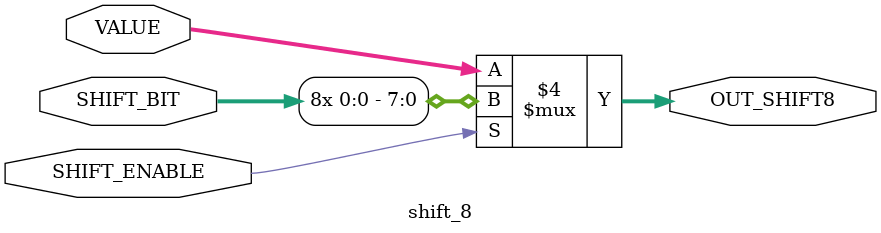
<source format=v>

module shifter (VALUE,OFFSET,SHIFT_BIT,DIRECTION,SHIFTED_VALUE);

	//port declaration
	
	//inputs
	input [7:0]VALUE;
	input [7:0]OFFSET;
	input SHIFT_BIT;
	input DIRECTION; //right=1, left=0
	
	//outputs
	output [7:0]SHIFTED_VALUE;
	wire [7:0]SHIFTED_VALUE;
	
	//parameters inside module
	wire [7:0]OUT_SHIFT1;	//output of 1 bit shifer
	wire [7:0]OUT_SHIFT2;	//output of 2 bit shifer
	wire [7:0]OUT_SHIFT4;	//output of 4 bit shifer
	
	
	
	//add shifting modules
	shift_1 my_shift_1(VALUE,SHIFT_BIT,DIRECTION,OFFSET[0],OUT_SHIFT1);
	shift_2 my_shift_2(OUT_SHIFT1,SHIFT_BIT,DIRECTION,OFFSET[1],OUT_SHIFT2);
	shift_4 my_shift_4(OUT_SHIFT2,SHIFT_BIT,DIRECTION,OFFSET[2],OUT_SHIFT4);
	shift_8 my_shift_8(OUT_SHIFT4,SHIFT_BIT,OFFSET[3],SHIFTED_VALUE);
	
endmodule


//shift 1 bit module
module shift_1 (VALUE,SHIFT_BIT,DIRECTION,SHIFT_ENABLE,OUT_SHIFT1);

	input [7:0]VALUE;
	input SHIFT_BIT;
	input DIRECTION;
	input SHIFT_ENABLE;
	
	output [7:0]OUT_SHIFT1;
	reg [7:0]OUT_SHIFT1;
	
	always @(*) begin
	
	//right shift 1 bit
	if (SHIFT_ENABLE == 1'b1 && DIRECTION == 1'b1)
	begin
		#1 //shifting delay
		OUT_SHIFT1 = {SHIFT_BIT,VALUE[7:1]};
	end
	
	//left shift 1 bit
	else if (SHIFT_ENABLE == 1'b1 && DIRECTION == 1'b0)
	begin
		#1 //shifting delay
		OUT_SHIFT1 = {VALUE[6:0],SHIFT_BIT};
	end
	
	//no shifting
	else
	begin
		#1 //shifting delay
		OUT_SHIFT1 = VALUE;
	end
	
	end
endmodule




//shift 2 bit module
module shift_2 (VALUE,SHIFT_BIT,DIRECTION,SHIFT_ENABLE,OUT_SHIFT2);

	input [7:0]VALUE;
	input SHIFT_BIT;
	input DIRECTION;
	input SHIFT_ENABLE;
	
	output [7:0]OUT_SHIFT2;
	reg [7:0]OUT_SHIFT2;
	
	
	always @(*) begin
	
	//right shift 2 bit
	if (SHIFT_ENABLE == 1'b1 && DIRECTION == 1'b1)
	begin
		#1 //shifting delay
		OUT_SHIFT2 = {SHIFT_BIT,SHIFT_BIT,VALUE[7:2]};
	end
	
	//left shift 2 bit
	else if (SHIFT_ENABLE == 1'b1 && DIRECTION == 1'b0)
	begin
		#1 //shifting delay
		OUT_SHIFT2 = {VALUE[5:0],SHIFT_BIT,SHIFT_BIT};
	end
	
	//no shifting
	else
	begin
		#1 //shifting delay
		OUT_SHIFT2 = VALUE;
	end
	
	end
	
endmodule


//shift 4 bit module
module shift_4 (VALUE,SHIFT_BIT,DIRECTION,SHIFT_ENABLE,OUT_SHIFT4);

	input [7:0]VALUE;
	input SHIFT_BIT;
	input DIRECTION;
	input SHIFT_ENABLE;
	
	output [7:0]OUT_SHIFT4;
	reg [7:0]OUT_SHIFT4;
	
	
	always @(*) begin
	
	//right shift 4 bit
	if (SHIFT_ENABLE == 1'b1 && DIRECTION == 1'b1)
	begin
		#1 //shifting delay
		OUT_SHIFT4 = {SHIFT_BIT,SHIFT_BIT,SHIFT_BIT,SHIFT_BIT,VALUE[7:4]};
	end
	
	//left shift 4 bit
	else if (SHIFT_ENABLE == 1'b1 && DIRECTION == 1'b0)
	begin
		#1 //shifting delay
		OUT_SHIFT4 = {VALUE[3:0],SHIFT_BIT,SHIFT_BIT,SHIFT_BIT,SHIFT_BIT};
	end
	
	//no shifting
	else
	begin
		#1 //shifting delay
		OUT_SHIFT4 = VALUE;
	end
	
	end
endmodule


//shift 8 bit module
module shift_8 (VALUE,SHIFT_BIT,SHIFT_ENABLE,OUT_SHIFT8);

	input [7:0]VALUE;
	input SHIFT_BIT;
	input SHIFT_ENABLE;
	
	output [7:0]OUT_SHIFT8;
	reg [7:0]OUT_SHIFT8;
	
	
	always @(*) begin
	
	//shift 8 bits with shift bit
	if (SHIFT_ENABLE == 1'b1)
	begin
		#1 //shifting delay
		OUT_SHIFT8 = {SHIFT_BIT,SHIFT_BIT,SHIFT_BIT,SHIFT_BIT,SHIFT_BIT,SHIFT_BIT,SHIFT_BIT,SHIFT_BIT};
	end
	
		
	//no shifting
	else
	begin
		#1 //shifting delay
		OUT_SHIFT8 = VALUE;
	end
	
	end
endmodule




















</source>
